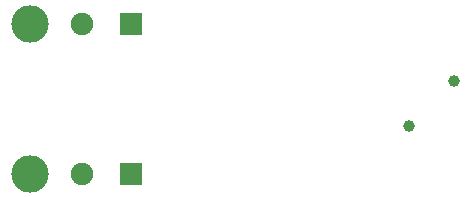
<source format=gbl>
G04*
G04 #@! TF.GenerationSoftware,Altium Limited,Altium Designer,20.0.11 (256)*
G04*
G04 Layer_Physical_Order=2*
G04 Layer_Color=16711680*
%FSLAX25Y25*%
%MOIN*%
G70*
G01*
G75*
%ADD28C,0.03937*%
%ADD29R,0.07500X0.07500*%
%ADD30C,0.07500*%
%ADD31C,0.12500*%
D28*
X152481Y48232D02*
D03*
X137626Y33372D02*
D03*
D29*
X45000Y17500D02*
D03*
Y67500D02*
D03*
D30*
X28701Y17500D02*
D03*
Y67500D02*
D03*
D31*
X11200Y17500D02*
D03*
Y67500D02*
D03*
M02*

</source>
